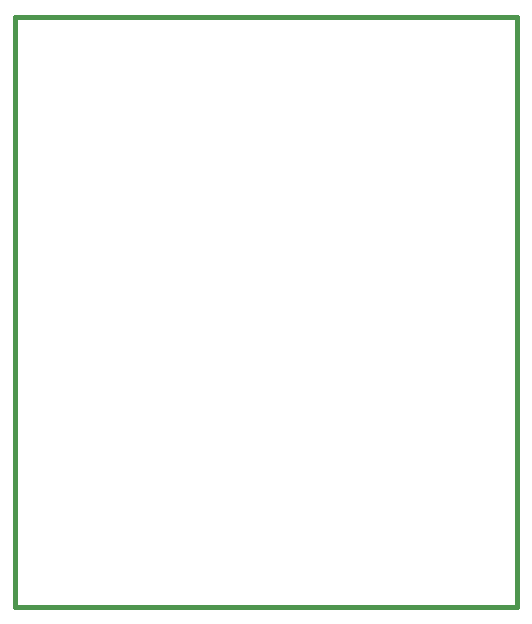
<source format=gm1>
G04 #@! TF.GenerationSoftware,KiCad,Pcbnew,(5.1.5)-3*
G04 #@! TF.CreationDate,2021-08-30T19:46:02+02:00*
G04 #@! TF.ProjectId,wa2,7761322e-6b69-4636-9164-5f7063625858,0428 -*
G04 #@! TF.SameCoordinates,Original*
G04 #@! TF.FileFunction,Profile,NP*
%FSLAX46Y46*%
G04 Gerber Fmt 4.6, Leading zero omitted, Abs format (unit mm)*
G04 Created by KiCad (PCBNEW (5.1.5)-3) date 2021-08-30 19:46:02*
%MOMM*%
%LPD*%
G04 APERTURE LIST*
%ADD10C,0.381000*%
G04 APERTURE END LIST*
D10*
X159639000Y-124333000D02*
X117094000Y-124333000D01*
X159639000Y-74422000D02*
X159639000Y-124333000D01*
X117094000Y-74422000D02*
X159639000Y-74422000D01*
X117094000Y-124333000D02*
X117094000Y-74422000D01*
M02*

</source>
